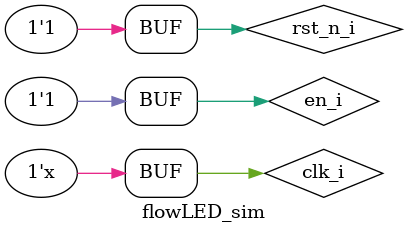
<source format=v>
`timescale 1ns / 1ps


module flowLED_sim();
    reg rst_n_i=0;
    reg clk_i=0;
    reg en_i=1;
    wire [7:0] led_o;
    
    flowLED_top U1(.rst_n_i(rst_n_i),.clk_i(clk_i),.en_i(en_i),.led_o(led_o));
    always begin
        #1 clk_i=~clk_i;
    end
    
    initial begin
        #5 rst_n_i = 1;
        //#2000 en_i = 0;
        #2000 en_i = 1;
    end
endmodule

</source>
